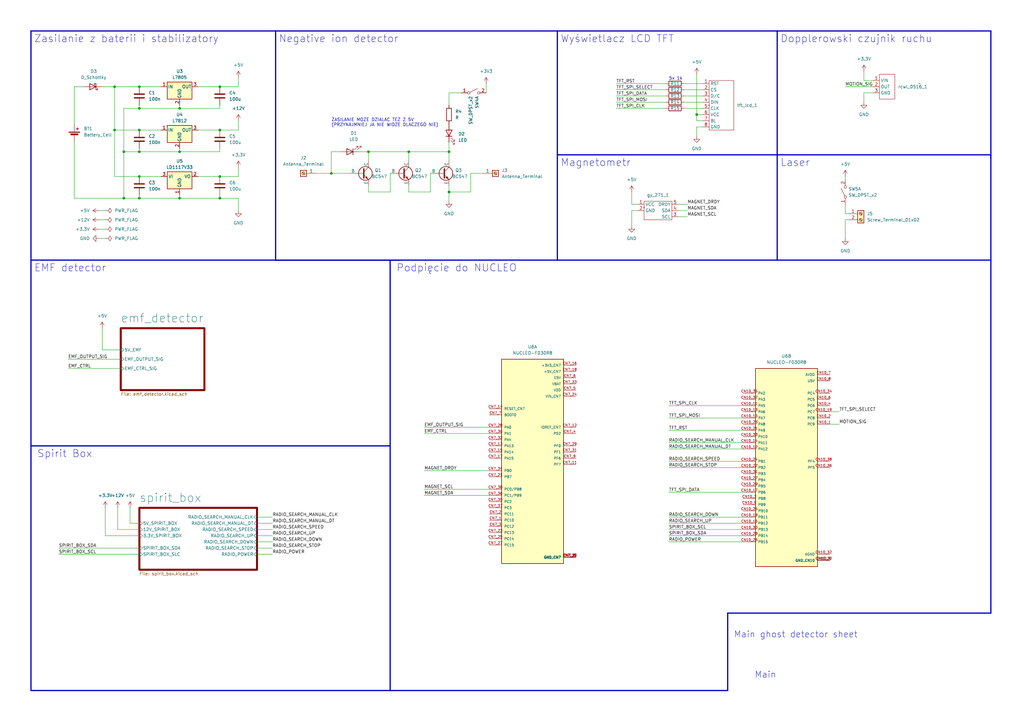
<source format=kicad_sch>
(kicad_sch (version 20231120) (generator "eeschema") (generator_version "8.0")
  (paper "A3")
  (lib_symbols
    (symbol "Connector:Screw_Terminal_01x01" (pin_names (offset 1.016) hide)
      (property "Reference" "J" (at 0 2.54 0))
      (property "Value" "Screw_Terminal_01x01" (at 0 -2.54 0))
      (symbol "Screw_Terminal_01x01_1_1"
        (rectangle (start -1.27 1.27) (end 1.27 -1.27) (stroke (width 0.254)) (fill (type background)))
        (polyline (pts (xy -0.5334 0.3302) (xy 0.3302 -0.508)) (stroke (width 0.1524)))
        (polyline (pts (xy -0.3556 0.508) (xy 0.508 -0.3302)) (stroke (width 0.1524)))
        (circle (center 0 0) (radius 0.635) (stroke (width 0.1524)))
        (pin passive line (at -5.08 0 0) (length 3.81) (name "Pin_1") (number "1"))
      )
    )
    (symbol "Connector:Screw_Terminal_01x02" (pin_names (offset 1.016) hide)
      (property "Reference" "J" (at 0 2.54 0))
      (property "Value" "Screw_Terminal_01x02" (at 0 -5.08 0))
      (symbol "Screw_Terminal_01x02_1_1"
        (rectangle (start -1.27 1.27) (end 1.27 -3.81) (stroke (width 0.254)) (fill (type background)))
        (circle (center 0 -2.54) (radius 0.635) (stroke (width 0.1524)))
        (polyline (pts (xy -0.5334 -2.2098) (xy 0.3302 -3.048)) (stroke (width 0.1524)))
        (polyline (pts (xy -0.5334 0.3302) (xy 0.3302 -0.508)) (stroke (width 0.1524)))
        (polyline (pts (xy -0.3556 -2.032) (xy 0.508 -2.8702)) (stroke (width 0.1524)))
        (polyline (pts (xy -0.3556 0.508) (xy 0.508 -0.3302)) (stroke (width 0.1524)))
        (circle (center 0 0) (radius 0.635) (stroke (width 0.1524)))
        (pin passive line (at -5.08 0 0) (length 3.81) (name "Pin_1") (number "1"))
        (pin passive line (at -5.08 -2.54 0) (length 3.81) (name "Pin_2") (number "2"))
      )
    )
    (symbol "Device:Battery_Cell" (pin_numbers hide) (pin_names (offset 0) hide)
      (property "Reference" "BT" (at 2.54 2.54 0))
      (property "Value" "Battery_Cell" (at 2.54 0 0))
      (symbol "Battery_Cell_0_1"
        (rectangle (start -2.286 1.778) (end 2.286 1.524) (fill (type outline)))
        (rectangle (start -1.524 1.016) (end 1.524 0.508) (fill (type outline)))
        (polyline (pts (xy 0 0.762) (xy 0 0)))
        (polyline (pts (xy 0 1.778) (xy 0 2.54)))
        (polyline (pts (xy 0.762 3.048) (xy 1.778 3.048)) (stroke (width 0.254)))
        (polyline (pts (xy 1.27 3.556) (xy 1.27 2.54)) (stroke (width 0.254)))
      )
      (symbol "Battery_Cell_1_1"
        (pin passive line (at 0 5.08 270) (length 2.54) (name "+") (number "1"))
        (pin passive line (at 0 -2.54 90) (length 2.54) (name "-") (number "2"))
      )
    )
    (symbol "Device:C" (pin_numbers hide) (pin_names (offset 0.254))
      (property "Reference" "C" (at 0.635 2.54 0))
      (property "Value" "C" (at 0.635 -2.54 0))
      (symbol "C_0_1"
        (polyline (pts (xy -2.032 -0.762) (xy 2.032 -0.762)) (stroke (width 0.508)))
        (polyline (pts (xy -2.032 0.762) (xy 2.032 0.762)) (stroke (width 0.508)))
      )
      (symbol "C_1_1"
        (pin passive line (at 0 3.81 270) (length 2.794) (name "~") (number "1"))
        (pin passive line (at 0 -3.81 90) (length 2.794) (name "~") (number "2"))
      )
    )
    (symbol "Device:D_Schottky" (pin_numbers hide) (pin_names (offset 1.016) hide)
      (property "Reference" "D" (at 0 2.54 0))
      (property "Value" "D_Schottky" (at 0 -2.54 0))
      (symbol "D_Schottky_0_1"
        (polyline (pts (xy 1.27 0) (xy -1.27 0)))
        (polyline (pts (xy 1.27 1.27) (xy 1.27 -1.27) (xy -1.27 0) (xy 1.27 1.27)) (stroke (width 0.254)))
        (polyline (pts (xy -1.905 0.635) (xy -1.905 1.27) (xy -1.27 1.27) (xy -1.27 -1.27) (xy -0.635 -1.27) (xy -0.635 -0.635)) (stroke (width 0.254)))
      )
      (symbol "D_Schottky_1_1"
        (pin passive line (at -3.81 0 0) (length 2.54) (name "K") (number "1"))
        (pin passive line (at 3.81 0 180) (length 2.54) (name "A") (number "2"))
      )
    )
    (symbol "Device:LED" (pin_numbers hide) (pin_names (offset 1.016) hide)
      (property "Reference" "D" (at 0 2.54 0))
      (property "Value" "LED" (at 0 -2.54 0))
      (symbol "LED_0_1"
        (polyline (pts (xy -1.27 -1.27) (xy -1.27 1.27)) (stroke (width 0.254)))
        (polyline (pts (xy -1.27 0) (xy 1.27 0)))
        (polyline (pts (xy 1.27 -1.27) (xy 1.27 1.27) (xy -1.27 0) (xy 1.27 -1.27)) (stroke (width 0.254)))
        (polyline (pts (xy -3.048 -0.762) (xy -4.572 -2.286) (xy -3.81 -2.286) (xy -4.572 -2.286) (xy -4.572 -1.524)))
        (polyline (pts (xy -1.778 -0.762) (xy -3.302 -2.286) (xy -2.54 -2.286) (xy -3.302 -2.286) (xy -3.302 -1.524)))
      )
      (symbol "LED_1_1"
        (pin passive line (at -3.81 0 0) (length 2.54) (name "K") (number "1"))
        (pin passive line (at 3.81 0 180) (length 2.54) (name "A") (number "2"))
      )
    )
    (symbol "Device:R" (pin_numbers hide) (pin_names (offset 0))
      (property "Reference" "R" (at 2.032 0 90))
      (property "Value" "R" (at 0 0 90))
      (symbol "R_0_1"
        (rectangle (start -1.016 -2.54) (end 1.016 2.54) (stroke (width 0.254)))
      )
      (symbol "R_1_1"
        (pin passive line (at 0 3.81 270) (length 1.27) (name "~") (number "1"))
        (pin passive line (at 0 -3.81 90) (length 1.27) (name "~") (number "2"))
      )
    )
    (symbol "PMIK:GY-271"
      (property "Reference" "gy_271_" (at -1.27 7.62 0))
      (symbol "GY-271_0_1"
        (rectangle (start -6.35 2.54) (end 5.08 -5.08))
      )
      (symbol "GY-271_1_1"
        (pin power_in line (at -8.89 1.27 0) (length 2.54) (name "VCC") (number "1"))
        (pin power_in line (at -8.89 -1.27 0) (length 2.54) (name "GND") (number "2"))
        (pin input line (at 7.62 -3.81 180) (length 2.54) (name "SCL") (number "3"))
        (pin input line (at 7.62 -1.27 180) (length 2.54) (name "SDA") (number "4"))
        (pin output line (at 7.62 1.27 180) (length 2.54) (name "DRDY") (number "5"))
      )
    )
    (symbol "PMIK:NUCLEO-F030R8" (pin_names (offset 1.016))
      (property "Reference" "U" (at -12.7 41.91 0))
      (property "Value" "NUCLEO-F030R8" (at -5.08 -6.35 0))
      (symbol "NUCLEO-F030R8_1_0"
        (rectangle (start -12.7 40.64) (end 12.7 -43.18) (stroke (width 0.254)) (fill (type background)))
        (pin bidirectional line (at -17.78 -25.4 0) (length 5.08) (name "PC10") (number "CN7_1"))
        (pin bidirectional line (at 17.78 -2.54 180) (length 5.08) (name "PF7") (number "CN7_11"))
        (pin bidirectional line (at 17.78 12.7 180) (length 5.08) (name "IOREF_CN7") (number "CN7_12"))
        (pin bidirectional line (at -17.78 5.08 0) (length 5.08) (name "PA13") (number "CN7_13"))
        (pin bidirectional line (at -17.78 20.32 0) (length 5.08) (name "RESET_CN7") (number "CN7_14"))
        (pin bidirectional line (at -17.78 2.54 0) (length 5.08) (name "PA14") (number "CN7_15"))
        (pin power_in line (at 17.78 38.1 180) (length 5.08) (name "+3V3_CN7") (number "CN7_16"))
        (pin bidirectional line (at -17.78 0 0) (length 5.08) (name "PA15") (number "CN7_17"))
        (pin power_in line (at 17.78 35.56 180) (length 5.08) (name "+5V_CN7") (number "CN7_18"))
        (pin power_in line (at 17.78 -40.64 180) (length 5.08) (name "GND_CN7") (number "CN7_19"))
        (pin bidirectional line (at -17.78 -22.86 0) (length 5.08) (name "PC11") (number "CN7_2"))
        (pin power_in line (at 17.78 -40.64 180) (length 5.08) (name "GND_CN7") (number "CN7_20"))
        (pin bidirectional line (at -17.78 -7.62 0) (length 5.08) (name "PB7") (number "CN7_21"))
        (pin power_in line (at 17.78 -40.64 180) (length 5.08) (name "GND_CN7") (number "CN7_22"))
        (pin bidirectional line (at -17.78 -30.48 0) (length 5.08) (name "PC13") (number "CN7_23"))
        (pin power_in line (at 17.78 25.4 180) (length 5.08) (name "VIN_CN7") (number "CN7_24"))
        (pin bidirectional line (at -17.78 -33.02 0) (length 5.08) (name "PC14") (number "CN7_25"))
        (pin bidirectional line (at -17.78 -35.56 0) (length 5.08) (name "PC15") (number "CN7_27"))
        (pin bidirectional line (at -17.78 12.7 0) (length 5.08) (name "PA0") (number "CN7_28"))
        (pin bidirectional line (at 17.78 5.08 180) (length 5.08) (name "PF0") (number "CN7_29"))
        (pin bidirectional line (at -17.78 -27.94 0) (length 5.08) (name "PC12") (number "CN7_3"))
        (pin bidirectional line (at -17.78 10.16 0) (length 5.08) (name "PA1") (number "CN7_30"))
        (pin bidirectional line (at 17.78 2.54 180) (length 5.08) (name "PF1") (number "CN7_31"))
        (pin bidirectional line (at -17.78 7.62 0) (length 5.08) (name "PA4") (number "CN7_32"))
        (pin power_in line (at 17.78 30.48 180) (length 5.08) (name "VBAT") (number "CN7_33"))
        (pin bidirectional line (at -17.78 -5.08 0) (length 5.08) (name "PB0") (number "CN7_34"))
        (pin bidirectional line (at -17.78 -17.78 0) (length 5.08) (name "PC2") (number "CN7_35"))
        (pin bidirectional line (at -17.78 -15.24 0) (length 5.08) (name "PC1/PB9") (number "CN7_36"))
        (pin bidirectional line (at -17.78 -20.32 0) (length 5.08) (name "PC3") (number "CN7_37"))
        (pin bidirectional line (at -17.78 -12.7 0) (length 5.08) (name "PC0/PB8") (number "CN7_38"))
        (pin bidirectional line (at 17.78 10.16 180) (length 5.08) (name "PD2") (number "CN7_4"))
        (pin power_in line (at 17.78 27.94 180) (length 5.08) (name "VDD") (number "CN7_5"))
        (pin power_in line (at 17.78 33.02 180) (length 5.08) (name "E5V") (number "CN7_6"))
        (pin bidirectional line (at -17.78 17.78 0) (length 5.08) (name "BOOT0") (number "CN7_7"))
        (pin power_in line (at 17.78 -40.64 180) (length 5.08) (name "GND_CN7") (number "CN7_8"))
        (pin bidirectional line (at 17.78 0 180) (length 5.08) (name "PF6") (number "CN7_9"))
      )
      (symbol "NUCLEO-F030R8_2_0"
        (rectangle (start -12.7 -40.64) (end 12.7 40.64) (stroke (width 0.254)) (fill (type background)))
        (pin bidirectional line (at 17.78 17.78 180) (length 5.08) (name "PC9") (number "CN10_1"))
        (pin bidirectional line (at -17.78 25.4 0) (length 5.08) (name "PA5") (number "CN10_11"))
        (pin bidirectional line (at -17.78 7.62 0) (length 5.08) (name "PA12") (number "CN10_12"))
        (pin bidirectional line (at -17.78 22.86 0) (length 5.08) (name "PA6") (number "CN10_13"))
        (pin bidirectional line (at -17.78 10.16 0) (length 5.08) (name "PA11") (number "CN10_14"))
        (pin bidirectional line (at -17.78 20.32 0) (length 5.08) (name "PA7") (number "CN10_15"))
        (pin bidirectional line (at -17.78 -22.86 0) (length 5.08) (name "PB12") (number "CN10_16"))
        (pin bidirectional line (at -17.78 -10.16 0) (length 5.08) (name "PB6") (number "CN10_17"))
        (pin bidirectional line (at -17.78 -20.32 0) (length 5.08) (name "PB11") (number "CN10_18"))
        (pin bidirectional line (at 17.78 22.86 180) (length 5.08) (name "PC7") (number "CN10_19"))
        (pin bidirectional line (at 17.78 20.32 180) (length 5.08) (name "PC8") (number "CN10_2"))
        (pin power_in line (at 17.78 -38.1 180) (length 5.08) (name "GND_CN10") (number "CN10_20"))
        (pin bidirectional line (at -17.78 15.24 0) (length 5.08) (name "PA9") (number "CN10_21"))
        (pin bidirectional line (at -17.78 0 0) (length 5.08) (name "PB2") (number "CN10_22"))
        (pin bidirectional line (at -17.78 17.78 0) (length 5.08) (name "PA8") (number "CN10_23"))
        (pin bidirectional line (at -17.78 2.54 0) (length 5.08) (name "PB1") (number "CN10_24"))
        (pin bidirectional line (at -17.78 -17.78 0) (length 5.08) (name "PB10") (number "CN10_25"))
        (pin bidirectional line (at -17.78 -30.48 0) (length 5.08) (name "PB15") (number "CN10_26"))
        (pin bidirectional line (at -17.78 -5.08 0) (length 5.08) (name "PB4") (number "CN10_27"))
        (pin bidirectional line (at -17.78 -27.94 0) (length 5.08) (name "PB14") (number "CN10_28"))
        (pin bidirectional line (at -17.78 -7.62 0) (length 5.08) (name "PB5") (number "CN10_29"))
        (pin bidirectional line (at -17.78 -12.7 0) (length 5.08) (name "PB8") (number "CN10_3"))
        (pin bidirectional line (at -17.78 -25.4 0) (length 5.08) (name "PB13") (number "CN10_30"))
        (pin bidirectional line (at -17.78 -2.54 0) (length 5.08) (name "PB3") (number "CN10_31"))
        (pin power_in line (at 17.78 -35.56 180) (length 5.08) (name "AGND") (number "CN10_32"))
        (pin bidirectional line (at -17.78 12.7 0) (length 5.08) (name "PA10") (number "CN10_33"))
        (pin bidirectional line (at 17.78 30.48 180) (length 5.08) (name "PC4") (number "CN10_34"))
        (pin bidirectional line (at -17.78 30.48 0) (length 5.08) (name "PA2") (number "CN10_35"))
        (pin bidirectional line (at 17.78 0 180) (length 5.08) (name "PF5") (number "CN10_36"))
        (pin bidirectional line (at -17.78 27.94 0) (length 5.08) (name "PA3") (number "CN10_37"))
        (pin bidirectional line (at 17.78 2.54 180) (length 5.08) (name "PF4") (number "CN10_38"))
        (pin bidirectional line (at 17.78 25.4 180) (length 5.08) (name "PC6") (number "CN10_4"))
        (pin bidirectional line (at -17.78 -15.24 0) (length 5.08) (name "PB9") (number "CN10_5"))
        (pin bidirectional line (at 17.78 27.94 180) (length 5.08) (name "PC5") (number "CN10_6"))
        (pin power_in line (at 17.78 38.1 180) (length 5.08) (name "AVDD") (number "CN10_7"))
        (pin power_in line (at 17.78 35.56 180) (length 5.08) (name "U5V") (number "CN10_8"))
        (pin power_in line (at 17.78 -38.1 180) (length 5.08) (name "GND_CN10") (number "CN10_9"))
      )
      (symbol "NUCLEO-F030R8_3_0"
        (rectangle (start -15.24 -12.7) (end 15.24 10.16) (stroke (width 0.254)) (fill (type background)))
        (pin bidirectional line (at -20.32 -5.08 0) (length 5.08) (name "IOREF_CN6") (number "CN6_2"))
        (pin bidirectional line (at -20.32 -2.54 0) (length 5.08) (name "RESET_CN6") (number "CN6_3"))
        (pin power_in line (at 20.32 2.54 180) (length 5.08) (name "+3V3_CN6") (number "CN6_4"))
        (pin power_in line (at 20.32 5.08 180) (length 5.08) (name "+5V_CN6") (number "CN6_5"))
        (pin power_in line (at 20.32 -10.16 180) (length 5.08) (name "GND_CN6") (number "CN6_6"))
        (pin power_in line (at 20.32 -10.16 180) (length 5.08) (name "GND_CN6") (number "CN6_7"))
        (pin power_in line (at 20.32 7.62 180) (length 5.08) (name "VIN_CN6") (number "CN6_8"))
      )
      (symbol "NUCLEO-F030R8_4_0"
        (rectangle (start -5.08 -12.7) (end 5.08 12.7) (stroke (width 0.254)) (fill (type background)))
        (pin input line (at -10.16 10.16 0) (length 5.08) (name "D0") (number "CN9_1"))
        (pin output line (at -10.16 7.62 0) (length 5.08) (name "D1") (number "CN9_2"))
        (pin bidirectional line (at -10.16 2.54 0) (length 5.08) (name "D2") (number "CN9_3"))
        (pin bidirectional line (at -10.16 0 0) (length 5.08) (name "D3") (number "CN9_4"))
        (pin bidirectional line (at -10.16 -2.54 0) (length 5.08) (name "D4") (number "CN9_5"))
        (pin bidirectional line (at -10.16 -5.08 0) (length 5.08) (name "D5") (number "CN9_6"))
        (pin bidirectional line (at -10.16 -7.62 0) (length 5.08) (name "D6") (number "CN9_7"))
        (pin bidirectional line (at -10.16 -10.16 0) (length 5.08) (name "D7") (number "CN9_8"))
      )
      (symbol "NUCLEO-F030R8_5_0"
        (rectangle (start -5.08 -10.16) (end 5.08 7.62) (stroke (width 0.254)) (fill (type background)))
        (pin input line (at -10.16 5.08 0) (length 5.08) (name "A0") (number "CN8_1"))
        (pin input line (at -10.16 2.54 0) (length 5.08) (name "A1") (number "CN8_2"))
        (pin input line (at -10.16 0 0) (length 5.08) (name "A2") (number "CN8_3"))
        (pin input line (at -10.16 -2.54 0) (length 5.08) (name "A3") (number "CN8_4"))
        (pin input line (at -10.16 -5.08 0) (length 5.08) (name "A4") (number "CN8_5"))
        (pin input line (at -10.16 -7.62 0) (length 5.08) (name "A5") (number "CN8_6"))
      )
      (symbol "NUCLEO-F030R8_6_0"
        (rectangle (start -10.16 -17.78) (end 10.16 15.24) (stroke (width 0.254)) (fill (type background)))
        (pin bidirectional line (at -15.24 7.62 0) (length 5.08) (name "D8") (number "CN5_1"))
        (pin bidirectional clock (at -15.24 -10.16 0) (length 5.08) (name "D15") (number "CN5_10"))
        (pin bidirectional line (at -15.24 5.08 0) (length 5.08) (name "D9") (number "CN5_2"))
        (pin bidirectional line (at -15.24 2.54 0) (length 5.08) (name "D10") (number "CN5_3"))
        (pin bidirectional line (at -15.24 0 0) (length 5.08) (name "D11") (number "CN5_4"))
        (pin bidirectional line (at -15.24 -2.54 0) (length 5.08) (name "D12") (number "CN5_5"))
        (pin bidirectional clock (at -15.24 -5.08 0) (length 5.08) (name "D13") (number "CN5_6"))
        (pin power_in line (at 15.24 -15.24 180) (length 5.08) (name "GND_CN5") (number "CN5_7"))
        (pin power_in line (at 15.24 12.7 180) (length 5.08) (name "AREF") (number "CN5_8"))
        (pin bidirectional line (at -15.24 -7.62 0) (length 5.08) (name "D14") (number "CN5_9"))
      )
    )
    (symbol "PMIK:RCWL-0516"
      (property "Reference" "rcwl_0516_" (at -1.27 6.35 0))
      (symbol "RCWL-0516_0_1"
        (rectangle (start -3.81 5.08) (end 2.54 -5.08))
      )
      (symbol "RCWL-0516_1_1"
        (pin power_in line (at -6.35 2.54 0) (length 2.54) (name "VIN") (number "1"))
        (pin output line (at -6.35 0 0) (length 2.54) (name "OUT") (number "2"))
        (pin power_in line (at -6.35 -2.54 0) (length 2.54) (name "GND") (number "3"))
      )
    )
    (symbol "PMIK:TFT_lcd_128x160"
      (property "Reference" "tft_lcd_" (at 0 11.43 0))
      (symbol "TFT_lcd_128x160_0_1"
        (rectangle (start -5.08 10.16) (end 5.08 -10.16))
      )
      (symbol "TFT_lcd_128x160_1_1"
        (pin input line (at -7.62 8.89 0) (length 2.54) (name "RST") (number "1"))
        (pin input line (at -7.62 6.35 0) (length 2.54) (name "CS") (number "2"))
        (pin input line (at -7.62 3.81 0) (length 2.54) (name "D/C") (number "3"))
        (pin input line (at -7.62 1.27 0) (length 2.54) (name "DIN") (number "4"))
        (pin input line (at -7.62 -1.27 0) (length 2.54) (name "CLK") (number "5"))
        (pin power_in line (at -7.62 -3.81 0) (length 2.54) (name "VCC") (number "6"))
        (pin input line (at -7.62 -6.35 0) (length 2.54) (name "BL") (number "7"))
        (pin power_in line (at -7.62 -8.89 0) (length 2.54) (name "GND") (number "8"))
      )
    )
    (symbol "Regulator_Linear:L7805" (pin_names (offset 0.254))
      (property "Reference" "U" (at -3.81 3.175 0))
      (property "Value" "L7805" (at 0 3.175 0))
      (symbol "L7805_0_1"
        (rectangle (start -5.08 1.905) (end 5.08 -5.08) (stroke (width 0.254)) (fill (type background)))
      )
      (symbol "L7805_1_1"
        (pin power_in line (at -7.62 0 0) (length 2.54) (name "IN") (number "1"))
        (pin power_in line (at 0 -7.62 90) (length 2.54) (name "GND") (number "2"))
        (pin power_out line (at 7.62 0 180) (length 2.54) (name "OUT") (number "3"))
      )
    )
    (symbol "Regulator_Linear:L7812" (pin_names (offset 0.254))
      (property "Reference" "U" (at -3.81 3.175 0))
      (property "Value" "L7812" (at 0 3.175 0))
      (symbol "L7812_0_1"
        (rectangle (start -5.08 1.905) (end 5.08 -5.08) (stroke (width 0.254)) (fill (type background)))
      )
      (symbol "L7812_1_1"
        (pin power_in line (at -7.62 0 0) (length 2.54) (name "IN") (number "1"))
        (pin power_in line (at 0 -7.62 90) (length 2.54) (name "GND") (number "2"))
        (pin power_out line (at 7.62 0 180) (length 2.54) (name "OUT") (number "3"))
      )
    )
    (symbol "Regulator_Linear:LD1117S33TR_SOT223"
      (property "Reference" "U" (at -3.81 3.175 0))
      (property "Value" "LD1117S33TR_SOT223" (at 0 3.175 0))
      (symbol "LD1117S33TR_SOT223_0_1"
        (rectangle (start -5.08 -5.08) (end 5.08 1.905) (stroke (width 0.254)) (fill (type background)))
      )
      (symbol "LD1117S33TR_SOT223_1_1"
        (pin power_in line (at 0 -7.62 90) (length 2.54) (name "GND") (number "1"))
        (pin power_out line (at 7.62 0 180) (length 2.54) (name "VO") (number "2"))
        (pin power_in line (at -7.62 0 0) (length 2.54) (name "VI") (number "3"))
      )
    )
    (symbol "Simulation_SPICE:NPN" (pin_numbers hide) (pin_names (offset 0))
      (property "Reference" "Q" (at -2.54 7.62 0))
      (property "Value" "NPN" (at -2.54 5.08 0))
      (symbol "NPN_0_1"
        (polyline (pts (xy -2.54 0) (xy 0.635 0)) (stroke (width 0.1524)))
        (polyline (pts (xy 0.635 0.635) (xy 2.54 2.54)))
        (polyline (pts (xy 2.794 -1.27) (xy 2.794 -1.27)) (stroke (width 0.1524)))
        (polyline (pts (xy 2.794 -1.27) (xy 2.794 -1.27)) (stroke (width 0.1524)))
        (polyline (pts (xy 0.635 -0.635) (xy 2.54 -2.54) (xy 2.54 -2.54)))
        (polyline (pts (xy 0.635 1.905) (xy 0.635 -1.905) (xy 0.635 -1.905)) (stroke (width 0.508)))
        (polyline (pts (xy 1.27 -1.778) (xy 1.778 -1.27) (xy 2.286 -2.286) (xy 1.27 -1.778) (xy 1.27 -1.778)) (fill (type outline)))
        (circle (center 1.27 0) (radius 2.8194) (stroke (width 0.254)))
      )
      (symbol "NPN_1_1"
        (pin open_collector line (at 2.54 5.08 270) (length 2.54) (name "C") (number "1"))
        (pin input line (at -5.08 0 0) (length 2.54) (name "B") (number "2"))
        (pin open_emitter line (at 2.54 -5.08 90) (length 2.54) (name "E") (number "3"))
      )
    )
    (symbol "Switch:SW_DPST_x2" (pin_names (offset 0) hide)
      (property "Reference" "SW" (at 0 3.175 0))
      (property "Value" "SW_DPST_x2" (at 0 -2.54 0))
      (symbol "SW_DPST_x2_0_0"
        (circle (center -2.032 0) (radius 0.508))
        (polyline (pts (xy -1.524 0.254) (xy 1.524 1.778)))
        (circle (center 2.032 0) (radius 0.508))
      )
      (symbol "SW_DPST_x2_1_1"
        (pin passive line (at -5.08 0 0) (length 2.54) (name "A") (number "1"))
        (pin passive line (at 5.08 0 180) (length 2.54) (name "B") (number "2"))
      )
      (symbol "SW_DPST_x2_2_1"
        (pin passive line (at -5.08 0 0) (length 2.54) (name "A") (number "3"))
        (pin passive line (at 5.08 0 180) (length 2.54) (name "B") (number "4"))
      )
    )
    (symbol "power:+12V" (power) (pin_names (offset 0))
      (property "Value" "+12V" (at 0 3.556 0))
      (symbol "+12V_0_1"
        (polyline (pts (xy -0.762 1.27) (xy 0 2.54)))
        (polyline (pts (xy 0 0) (xy 0 2.54)))
        (polyline (pts (xy 0 2.54) (xy 0.762 1.27)))
      )
      (symbol "+12V_1_1"
        (pin power_in line (at 0 0 90) (length 0) hide (name "+12V") (number "1"))
      )
    )
    (symbol "power:+3.3V" (power) (pin_names (offset 0))
      (property "Value" "+3.3V" (at 0 3.556 0))
      (symbol "+3.3V_0_1"
        (polyline (pts (xy -0.762 1.27) (xy 0 2.54)))
        (polyline (pts (xy 0 0) (xy 0 2.54)))
        (polyline (pts (xy 0 2.54) (xy 0.762 1.27)))
      )
      (symbol "+3.3V_1_1"
        (pin power_in line (at 0 0 90) (length 0) hide (name "+3.3V") (number "1"))
      )
    )
    (symbol "power:+3V3" (power) (pin_names (offset 0))
      (property "Value" "+3V3" (at 0 3.556 0))
      (symbol "+3V3_0_1"
        (polyline (pts (xy -0.762 1.27) (xy 0 2.54)))
        (polyline (pts (xy 0 0) (xy 0 2.54)))
        (polyline (pts (xy 0 2.54) (xy 0.762 1.27)))
      )
      (symbol "+3V3_1_1"
        (pin power_in line (at 0 0 90) (length 0) hide (name "+3V3") (number "1"))
      )
    )
    (symbol "power:+5V" (power) (pin_names (offset 0))
      (property "Value" "+5V" (at 0 3.556 0))
      (symbol "+5V_0_1"
        (polyline (pts (xy -0.762 1.27) (xy 0 2.54)))
        (polyline (pts (xy 0 0) (xy 0 2.54)))
        (polyline (pts (xy 0 2.54) (xy 0.762 1.27)))
      )
      (symbol "+5V_1_1"
        (pin power_in line (at 0 0 90) (length 0) hide (name "+5V") (number "1"))
      )
    )
    (symbol "power:GND" (power) (pin_names (offset 0))
      (property "Value" "GND" (at 0 -3.81 0))
      (symbol "GND_0_1"
        (polyline (pts (xy 0 0) (xy 0 -1.27) (xy 1.27 -1.27) (xy 0 -2.54) (xy -1.27 -1.27) (xy 0 -1.27)))
      )
      (symbol "GND_1_1"
        (pin power_in line (at 0 0 270) (length 0) hide (name "GND") (number "1"))
      )
    )
    (symbol "power:PWR_FLAG" (power) (pin_numbers hide) (pin_names (offset 0) hide)
      (property "Value" "PWR_FLAG" (at 0 3.81 0))
      (symbol "PWR_FLAG_0_0"
        (pin power_out line (at 0 0 90) (length 0) (name "pwr") (number "1"))
      )
      (symbol "PWR_FLAG_0_1"
        (polyline (pts (xy 0 0) (xy 0 1.27) (xy -1.016 1.905) (xy 0 2.54) (xy 1.016 1.905) (xy 0 1.27)))
      )
    )
  )
  (junction (at 73.66 44.45))
  (junction (at 57.15 35.56))
  (junction (at 90.17 72.39))
  (junction (at 57.15 81.28))
  (junction (at 57.15 53.34))
  (junction (at 46.99 53.34))
  (junction (at 90.17 81.28))
  (junction (at 285.75 46.99))
  (junction (at 46.99 35.56))
  (junction (at 90.17 35.56))
  (junction (at 151.13 62.23))
  (junction (at 73.66 62.23))
  (junction (at 57.15 62.23))
  (junction (at 135.89 71.12))
  (junction (at 57.15 44.45))
  (junction (at 184.15 78.74))
  (junction (at 90.17 53.34))
  (junction (at 50.8 62.23))
  (junction (at 167.64 62.23))
  (junction (at 73.66 81.28))
  (junction (at 184.15 62.23))
  (junction (at 57.15 72.39))
  (junction (at 50.8 81.28))
  (polyline (pts (xy 12.7 106.68) (xy 12.7 283.21)) (stroke (width 0.5)))
  (wire (pts (xy 50.8 44.45) (xy 57.15 44.45)))
  (wire (pts (xy 184.15 78.74) (xy 193.04 78.74)))
  (wire (pts (xy 173.99 203.2) (xy 200.66 203.2)))
  (polyline (pts (xy 113.03 106.68) (xy 163.83 106.68)) (stroke (width 0.5)))
  (wire (pts (xy 176.53 71.12) (xy 176.53 78.74)))
  (wire (pts (xy 97.79 49.53) (xy 97.79 53.34)))
  (polyline (pts (xy 113.03 106.68) (xy 12.7 106.68)) (stroke (width 0.5)))
  (wire (pts (xy 358.14 33.02) (xy 354.33 33.02)))
  (wire (pts (xy 167.64 62.23) (xy 167.64 66.04)))
  (polyline (pts (xy 228.6 106.68) (xy 228.6 12.7)) (stroke (width 0.5)))
  (wire (pts (xy 46.99 35.56) (xy 46.99 53.34)))
  (wire (pts (xy 73.66 81.28) (xy 90.17 81.28)))
  (wire (pts (xy 193.04 71.12) (xy 198.12 71.12)))
  (wire (pts (xy 57.15 81.28) (xy 57.15 80.01)))
  (wire (pts (xy 346.71 90.17) (xy 346.71 97.79)))
  (wire (pts (xy 173.99 200.66) (xy 200.66 200.66)))
  (wire (pts (xy 43.18 208.28) (xy 43.18 219.71)))
  (wire (pts (xy 278.13 86.36) (xy 281.94 86.36)))
  (polyline (pts (xy 12.7 12.7) (xy 12.7 106.68)) (stroke (width 0.5)))
  (wire (pts (xy 57.15 53.34) (xy 66.04 53.34)))
  (wire (pts (xy 139.7 62.23) (xy 135.89 62.23)))
  (wire (pts (xy 274.32 212.09) (xy 304.8 212.09)))
  (polyline (pts (xy 228.6 106.68) (xy 318.77 106.68)) (stroke (width 0.5)))
  (wire (pts (xy 354.33 38.1) (xy 358.14 38.1)))
  (wire (pts (xy 193.04 78.74) (xy 193.04 71.12)))
  (polyline (pts (xy 12.7 12.7) (xy 113.03 12.7)) (stroke (width 0.5)))
  (wire (pts (xy 278.13 83.82) (xy 281.94 83.82)))
  (wire (pts (xy 274.32 171.45) (xy 304.8 171.45)))
  (wire (pts (xy 274.32 181.61) (xy 304.8 181.61)))
  (wire (pts (xy 252.73 34.29) (xy 273.05 34.29)))
  (wire (pts (xy 285.75 30.48) (xy 285.75 46.99)))
  (polyline (pts (xy 12.7 283.21) (xy 13.97 283.21)) (stroke (width 0.5)))
  (polyline (pts (xy 318.77 12.7) (xy 228.6 12.7)) (stroke (width 0.5)))
  (wire (pts (xy 27.94 147.32) (xy 49.53 147.32)))
  (polyline (pts (xy 318.77 63.5) (xy 406.4 63.5)) (stroke (width 0.5)))
  (wire (pts (xy 97.79 81.28) (xy 97.79 86.36)))
  (wire (pts (xy 105.41 217.17) (xy 111.76 217.17)))
  (wire (pts (xy 285.75 49.53) (xy 288.29 49.53)))
  (wire (pts (xy 105.41 224.79) (xy 111.76 224.79)))
  (wire (pts (xy 46.99 53.34) (xy 46.99 72.39)))
  (wire (pts (xy 347.98 87.63) (xy 346.71 87.63)))
  (wire (pts (xy 167.64 62.23) (xy 184.15 62.23)))
  (wire (pts (xy 57.15 62.23) (xy 57.15 60.96)))
  (polyline (pts (xy 318.77 63.5) (xy 318.77 12.7)) (stroke (width 0.5)))
  (wire (pts (xy 160.02 71.12) (xy 160.02 78.74)))
  (wire (pts (xy 184.15 38.1) (xy 184.15 43.18)))
  (wire (pts (xy 57.15 214.63) (xy 53.34 214.63)))
  (wire (pts (xy 30.48 35.56) (xy 34.29 35.56)))
  (wire (pts (xy 184.15 62.23) (xy 184.15 66.04)))
  (wire (pts (xy 147.32 62.23) (xy 151.13 62.23)))
  (wire (pts (xy 252.73 36.83) (xy 273.05 36.83)))
  (polyline (pts (xy 298.45 283.21) (xy 298.45 251.46)) (stroke (width 0.5)))
  (wire (pts (xy 259.08 92.71) (xy 259.08 86.36)))
  (wire (pts (xy 151.13 66.04) (xy 151.13 62.23)))
  (wire (pts (xy 167.64 78.74) (xy 167.64 76.2)))
  (polyline (pts (xy 12.7 182.88) (xy 160.02 182.88)) (stroke (width 0.5)))
  (polyline (pts (xy 406.4 106.68) (xy 406.4 251.46)) (stroke (width 0.5)))
  (wire (pts (xy 274.32 222.25) (xy 304.8 222.25)))
  (wire (pts (xy 57.15 219.71) (xy 43.18 219.71)))
  (wire (pts (xy 280.67 36.83) (xy 288.29 36.83)))
  (polyline (pts (xy 160.02 283.21) (xy 160.02 106.68)))
  (wire (pts (xy 184.15 76.2) (xy 184.15 78.74)))
  (wire (pts (xy 46.99 53.34) (xy 57.15 53.34)))
  (polyline (pts (xy 13.97 283.21) (xy 160.02 283.21)))
  (wire (pts (xy 347.98 90.17) (xy 346.71 90.17)))
  (wire (pts (xy 285.75 52.07) (xy 285.75 55.88)))
  (polyline (pts (xy 228.6 12.7) (xy 113.03 12.7)) (stroke (width 0.5)))
  (wire (pts (xy 288.29 52.07) (xy 285.75 52.07)))
  (wire (pts (xy 46.99 35.56) (xy 57.15 35.56)))
  (wire (pts (xy 105.41 227.33) (xy 111.76 227.33)))
  (wire (pts (xy 24.13 224.79) (xy 57.15 224.79)))
  (wire (pts (xy 184.15 58.42) (xy 184.15 62.23)))
  (wire (pts (xy 24.13 227.33) (xy 57.15 227.33)))
  (wire (pts (xy 189.23 38.1) (xy 184.15 38.1)))
  (wire (pts (xy 274.32 191.77) (xy 304.8 191.77)))
  (wire (pts (xy 274.32 184.15) (xy 304.8 184.15)))
  (wire (pts (xy 90.17 72.39) (xy 97.79 72.39)))
  (wire (pts (xy 340.36 168.91) (xy 344.17 168.91)))
  (polyline (pts (xy 113.03 106.68) (xy 228.6 106.68)) (stroke (width 0.5)))
  (wire (pts (xy 346.71 35.56) (xy 358.14 35.56)))
  (wire (pts (xy 57.15 44.45) (xy 57.15 43.18)))
  (wire (pts (xy 105.41 212.09) (xy 111.76 212.09)))
  (wire (pts (xy 57.15 62.23) (xy 73.66 62.23)))
  (wire (pts (xy 135.89 71.12) (xy 143.51 71.12)))
  (polyline (pts (xy 318.77 12.7) (xy 406.4 12.7)) (stroke (width 0.5)))
  (wire (pts (xy 340.36 173.99) (xy 344.17 173.99)))
  (wire (pts (xy 81.28 72.39) (xy 90.17 72.39)))
  (wire (pts (xy 252.73 44.45) (xy 273.05 44.45)))
  (wire (pts (xy 173.99 175.26) (xy 200.66 175.26)))
  (wire (pts (xy 167.64 78.74) (xy 176.53 78.74)))
  (polyline (pts (xy 13.97 283.21) (xy 160.02 283.21)) (stroke (width 0.5)))
  (wire (pts (xy 199.39 34.29) (xy 199.39 38.1)))
  (wire (pts (xy 151.13 78.74) (xy 160.02 78.74)))
  (polyline (pts (xy 113.03 12.7) (xy 113.03 106.68)) (stroke (width 0.5)))
  (wire (pts (xy 97.79 68.58) (xy 97.79 72.39)))
  (wire (pts (xy 259.08 86.36) (xy 261.62 86.36)))
  (polyline (pts (xy 406.4 63.5) (xy 406.4 106.68)) (stroke (width 0.5)))
  (wire (pts (xy 274.32 189.23) (xy 304.8 189.23)))
  (wire (pts (xy 259.08 78.74) (xy 259.08 83.82)))
  (wire (pts (xy 57.15 62.23) (xy 50.8 62.23)))
  (wire (pts (xy 73.66 62.23) (xy 90.17 62.23)))
  (wire (pts (xy 151.13 78.74) (xy 151.13 76.2)))
  (wire (pts (xy 252.73 39.37) (xy 273.05 39.37)))
  (wire (pts (xy 81.28 35.56) (xy 90.17 35.56)))
  (wire (pts (xy 280.67 34.29) (xy 288.29 34.29)))
  (wire (pts (xy 280.67 44.45) (xy 288.29 44.45)))
  (wire (pts (xy 90.17 62.23) (xy 90.17 60.96)))
  (wire (pts (xy 274.32 219.71) (xy 304.8 219.71)))
  (polyline (pts (xy 318.77 63.5) (xy 228.6 63.5)) (stroke (width 0.5)))
  (wire (pts (xy 40.64 86.36) (xy 43.18 86.36)))
  (wire (pts (xy 40.64 90.17) (xy 43.18 90.17)))
  (wire (pts (xy 73.66 81.28) (xy 73.66 80.01)))
  (wire (pts (xy 274.32 166.37) (xy 304.8 166.37)))
  (polyline (pts (xy 160.02 283.21) (xy 298.45 283.21)) (stroke (width 0.5)))
  (wire (pts (xy 90.17 81.28) (xy 90.17 80.01)))
  (wire (pts (xy 354.33 41.91) (xy 354.33 38.1)))
  (polyline (pts (xy 160.02 283.21) (xy 160.02 106.68)) (stroke (width 0.5)))
  (wire (pts (xy 105.41 214.63) (xy 111.76 214.63)))
  (wire (pts (xy 50.8 81.28) (xy 57.15 81.28)))
  (wire (pts (xy 57.15 44.45) (xy 73.66 44.45)))
  (wire (pts (xy 173.99 177.8) (xy 200.66 177.8)))
  (wire (pts (xy 40.64 97.79) (xy 43.18 97.79)))
  (wire (pts (xy 41.91 35.56) (xy 46.99 35.56)))
  (wire (pts (xy 280.67 39.37) (xy 288.29 39.37)))
  (wire (pts (xy 274.32 217.17) (xy 304.8 217.17)))
  (wire (pts (xy 90.17 44.45) (xy 90.17 43.18)))
  (wire (pts (xy 129.54 71.12) (xy 135.89 71.12)))
  (wire (pts (xy 46.99 72.39) (xy 57.15 72.39)))
  (wire (pts (xy 90.17 81.28) (xy 97.79 81.28)))
  (wire (pts (xy 252.73 41.91) (xy 273.05 41.91)))
  (wire (pts (xy 274.32 214.63) (xy 304.8 214.63)))
  (wire (pts (xy 354.33 29.21) (xy 354.33 33.02)))
  (wire (pts (xy 57.15 217.17) (xy 48.26 217.17)))
  (wire (pts (xy 73.66 44.45) (xy 90.17 44.45)))
  (wire (pts (xy 274.32 201.93) (xy 304.8 201.93)))
  (wire (pts (xy 40.64 93.98) (xy 43.18 93.98)))
  (wire (pts (xy 50.8 62.23) (xy 50.8 81.28)))
  (wire (pts (xy 30.48 81.28) (xy 30.48 58.42)))
  (wire (pts (xy 285.75 46.99) (xy 288.29 46.99)))
  (wire (pts (xy 346.71 72.39) (xy 346.71 73.66)))
  (wire (pts (xy 57.15 72.39) (xy 66.04 72.39)))
  (wire (pts (xy 280.67 41.91) (xy 288.29 41.91)))
  (polyline (pts (xy 318.77 106.68) (xy 318.77 63.5)) (stroke (width 0.5)))
  (wire (pts (xy 135.89 62.23) (xy 135.89 71.12)))
  (wire (pts (xy 41.91 143.51) (xy 49.53 143.51)))
  (polyline (pts (xy 406.4 12.7) (xy 406.4 64.77)) (stroke (width 0.5)))
  (wire (pts (xy 184.15 78.74) (xy 184.15 82.55)))
  (wire (pts (xy 57.15 81.28) (xy 73.66 81.28)))
  (wire (pts (xy 73.66 44.45) (xy 73.66 43.18)))
  (wire (pts (xy 105.41 222.25) (xy 111.76 222.25)))
  (wire (pts (xy 261.62 83.82) (xy 259.08 83.82)))
  (wire (pts (xy 97.79 31.75) (xy 97.79 35.56)))
  (wire (pts (xy 50.8 62.23) (xy 50.8 44.45)))
  (polyline (pts (xy 406.4 106.68) (xy 318.77 106.68)) (stroke (width 0.5)))
  (wire (pts (xy 285.75 46.99) (xy 285.75 49.53)))
  (wire (pts (xy 50.8 81.28) (xy 30.48 81.28)))
  (wire (pts (xy 41.91 134.62) (xy 41.91 143.51)))
  (wire (pts (xy 90.17 35.56) (xy 97.79 35.56)))
  (wire (pts (xy 48.26 208.28) (xy 48.26 217.17)))
  (wire (pts (xy 30.48 50.8) (xy 30.48 35.56)))
  (wire (pts (xy 151.13 62.23) (xy 167.64 62.23)))
  (wire (pts (xy 73.66 62.23) (xy 73.66 60.96)))
  (wire (pts (xy 346.71 83.82) (xy 346.71 87.63)))
  (polyline (pts (xy 298.45 251.46) (xy 406.4 251.46)) (stroke (width 0.5)))
  (wire (pts (xy 53.34 208.28) (xy 53.34 214.63)))
  (wire (pts (xy 27.94 151.13) (xy 49.53 151.13)))
  (wire (pts (xy 81.28 53.34) (xy 90.17 53.34)))
  (wire (pts (xy 274.32 176.53) (xy 304.8 176.53)))
  (wire (pts (xy 173.99 193.04) (xy 200.66 193.04)))
  (wire (pts (xy 90.17 53.34) (xy 97.79 53.34)))
  (wire (pts (xy 57.15 35.56) (xy 66.04 35.56)))
  (wire (pts (xy 105.41 219.71) (xy 111.76 219.71)))
  (wire (pts (xy 278.13 88.9) (xy 281.94 88.9)))
  (text "Wyświetlacz LCD TFT\n" (at 229.87 17.78 0) (effects (font (size 3 3)) (justify left bottom)))
  (text "Magnetometr\n" (at 229.87 68.58 0) (effects (font (size 3 3)) (justify left bottom)))
  (text "Podpięcie do NUCLEO" (at 162.56 111.76 0) (effects (font (size 3 3)) (justify left bottom)))
  (text "Dopplerowski czujnik ruchu\n" (at 320.04 17.78 0) (effects (font (size 3 3)) (justify left bottom)))
  (text "Zasilanie z baterii i stabilizatory\n" (at 13.97 17.78 0) (effects (font (size 3 3)) (justify left bottom)))
  (text "Laser\n" (at 320.04 68.58 0) (effects (font (size 3 3)) (justify left bottom)))
  (text "EMF detector\n" (at 13.97 111.76 0) (effects (font (size 3 3)) (justify left bottom)))
  (text "Spirit Box\n" (at 15.24 187.96 0) (effects (font (size 3 3)) (justify left bottom)))
  (text "Main ghost detector sheet" (at 326.39 260.35 0) (effects (font (size 2.54 2.54))))
  (text "Main" (at 313.944 276.86 0) (effects (font (size 2.54 2.54))))
  (text "5x 1k" (at 274.32 33.02 0) (effects (font (size 1.27 1.27)) (justify left bottom)))
  (text "ZASILANIE MOZE DZIALAC TEZ Z 5V\n(PRZYNAJMNIEJ JA NIE WIDZE DLACZEGO NIE)" (at 135.89 52.07 0) (effects (font (size 1.27 1.27)) (justify left bottom)))
  (text "Negative ion detector\n" (at 114.3 17.78 0) (effects (font (size 3 3)) (justify left bottom)))
  (label "RADIO_SEARCH_DOWN" (at 274.32 212.09 0))
  (label "MAGNET_SCL" (at 281.94 88.9 0))
  (label "RADIO_SEARCH_MANUAL_DT" (at 274.32 184.15 0))
  (label "MAGNET_SDA" (at 173.99 203.2 0))
  (label "RADIO_POWER" (at 111.76 227.33 0))
  (label "RADIO_SEARCH_MANUAL_CLK" (at 111.76 212.09 0))
  (label "RADIO_SEARCH_UP" (at 274.32 214.63 0))
  (label "TFT_SPI_MOSI" (at 252.73 41.91 0))
  (label "TFT_SPI_CLK" (at 274.32 166.37 0))
  (label "RADIO_SEARCH_SPEED" (at 274.32 189.23 0))
  (label "TFT_SPI_SELECT" (at 344.17 168.91 0))
  (label "MOTION_SIG" (at 346.71 35.56 0))
  (label "SPIRIT_BOX_SDA" (at 24.13 224.79 0))
  (label "MAGNET_DRDY" (at 281.94 83.82 0))
  (label "SPIRIT_BOX_SCL" (at 24.13 227.33 0))
  (label "RADIO_POWER" (at 274.32 222.25 0))
  (label "TFT_SPI_SELECT" (at 252.73 36.83 0))
  (label "EMF_OUTPUT_SIG" (at 27.94 147.32 0))
  (label "RADIO_SEARCH_DOWN" (at 111.76 222.25 0))
  (label "EMF_OUTPUT_SIG" (at 173.99 175.26 0))
  (label "TFT_SPI_MOSI" (at 274.32 171.45 0))
  (label "SPIRIT_BOX_SDA" (at 274.32 219.71 0))
  (label "EMF_CTRL" (at 173.99 177.8 0))
  (label "MAGNET_DRDY" (at 173.99 193.04 0))
  (label "MAGNET_SCL" (at 173.99 200.66 0))
  (label "SPIRIT_BOX_SCL" (at 274.32 217.17 0))
  (label "TFT_SPI_DATA" (at 252.73 39.37 0))
  (label "TFT_RST" (at 252.73 34.29 0))
  (label "RADIO_SEARCH_STOP" (at 274.32 191.77 0))
  (label "RADIO_SEARCH_STOP" (at 111.76 224.79 0))
  (label "EMF_CTRL" (at 27.94 151.13 0))
  (label "TFT_RST" (at 274.32 176.53 0))
  (label "RADIO_SEARCH_SPEED" (at 111.76 217.17 0))
  (label "TFT_SPI_DATA" (at 274.32 201.93 0))
  (label "RADIO_SEARCH_UP" (at 111.76 219.71 0))
  (label "RADIO_SEARCH_MANUAL_CLK" (at 274.32 181.61 0))
  (label "MOTION_SIG" (at 344.17 173.99 0))
  (label "TFT_SPI_CLK" (at 252.73 44.45 0))
  (label "RADIO_SEARCH_MANUAL_DT" (at 111.76 214.63 0))
  (label "MAGNET_SDA" (at 281.94 86.36 0))
  (symbol (lib_id "Device:D_Schottky") (at 38.1 35.56 180) (unit 1)
    (property "Reference" "D3" (at 38.4175 29.21 0))
    (property "Value" "D_Schottky" (at 38.4175 31.75 0))
  )
  (symbol (lib_id "Device:C") (at 57.15 76.2 0) (unit 1)
    (property "Reference" "C3" (at 60.96 74.93 0) (effects (justify left)))
    (property "Value" "100n" (at 60.96 77.47 0) (effects (justify left)))
  )
  (symbol (lib_id "Device:R") (at 184.15 46.99 0) (unit 1)
    (property "Reference" "R4" (at 186.69 45.72 0) (effects (justify left)))
    (property "Value" "R" (at 186.69 48.26 0) (effects (justify left)))
  )
  (symbol (lib_id "Connector:Screw_Terminal_01x01") (at 124.46 71.12 180) (unit 1)
    (property "Reference" "J2" (at 124.46 64.77 0))
    (property "Value" "Antenna_Terminal" (at 124.46 67.31 0))
  )
  (symbol (lib_id "PMIK:TFT_lcd_128x160") (at 295.91 43.18 0) (unit 1)
    (property "Reference" "tft_lcd_1" (at 302.26 43.18 0) (effects (justify left)))
    (property "Value" "~" (at 290.83 43.18 0))
  )
  (symbol (lib_id "PMIK:GY-271") (at 270.51 85.09 0) (unit 1)
    (property "Reference" "gy_271_1" (at 269.875 80.01 0))
    (property "Value" "~" (at 264.16 85.09 0))
  )
  (symbol (lib_id "Simulation_SPICE:NPN") (at 148.59 71.12 0) (unit 1)
    (property "Reference" "Q1" (at 153.67 69.85 0) (effects (justify left)))
    (property "Value" "BC547" (at 152.4 72.39 0) (effects (justify left)))
    (property "Sim.Device" "NPN" (effects (hide yes)))
    (property "Sim.Type" "GUMMELPOON" (effects (hide yes)))
    (property "Sim.Pins" "1=C 2=B 3=E" (effects (hide yes)))
  )
  (symbol (lib_id "power:+12V") (at 40.64 90.17 90) (unit 1)
    (property "Reference" "#PWR020" (effects (hide yes)))
    (property "Value" "+12V" (at 36.83 90.17 90) (effects (justify left)))
  )
  (symbol (lib_id "power:GND") (at 40.64 97.79 270) (unit 1)
    (property "Reference" "#PWR022" (effects (hide yes)))
    (property "Value" "GND" (at 36.83 97.79 90) (effects (justify right)))
  )
  (symbol (lib_id "Simulation_SPICE:NPN") (at 165.1 71.12 0) (unit 1)
    (property "Reference" "Q2" (at 170.18 69.85 0) (effects (justify left)))
    (property "Value" "BC547" (at 168.91 72.39 0) (effects (justify left)))
    (property "Sim.Device" "NPN" (effects (hide yes)))
    (property "Sim.Type" "GUMMELPOON" (effects (hide yes)))
    (property "Sim.Pins" "1=C 2=B 3=E" (effects (hide yes)))
  )
  (symbol (lib_id "Regulator_Linear:L7812") (at 73.66 53.34 0) (unit 1)
    (property "Reference" "U4" (at 73.66 46.99 0))
    (property "Value" "L7812" (at 73.66 49.53 0))
    (property "Datasheet" "http://www.st.com/content/ccc/resource/technical/document/datasheet/41/4f/b3/b0/12/d4/47/88/CD00000444.pdf/files/CD00000444.pdf/jcr:content/translations/en.CD00000444.pdf" (effects (hide yes)))
  )
  (symbol (lib_id "power:+3V3") (at 199.39 34.29 0) (unit 1)
    (property "Reference" "#PWR04" (effects (hide yes)))
    (property "Value" "+3V3" (at 199.39 29.21 0))
  )
  (symbol (lib_id "Device:C") (at 90.17 57.15 0) (unit 1)
    (property "Reference" "C5" (at 93.98 55.88 0) (effects (justify left)))
    (property "Value" "100u" (at 93.98 58.42 0) (effects (justify left)))
  )
  (symbol (lib_id "power:PWR_FLAG") (at 43.18 90.17 270) (unit 1)
    (property "Reference" "#FLG02" (effects (hide yes)))
    (property "Value" "PWR_FLAG" (at 46.99 90.17 90) (effects (justify left)))
  )
  (symbol (lib_id "Simulation_SPICE:NPN") (at 181.61 71.12 0) (unit 1)
    (property "Reference" "Q3" (at 186.69 69.85 0) (effects (justify left)))
    (property "Value" "BC547" (at 185.42 72.39 0) (effects (justify left)))
    (property "Sim.Device" "NPN" (effects (hide yes)))
    (property "Sim.Type" "GUMMELPOON" (effects (hide yes)))
    (property "Sim.Pins" "1=C 2=B 3=E" (effects (hide yes)))
  )
  (symbol (lib_id "power:PWR_FLAG") (at 43.18 93.98 270) (unit 1)
    (property "Reference" "#FLG03" (effects (hide yes)))
    (property "Value" "PWR_FLAG" (at 46.99 93.98 90) (effects (justify left)))
  )
  (symbol (lib_id "power:PWR_FLAG") (at 43.18 86.36 270) (unit 1)
    (property "Reference" "#FLG01" (effects (hide yes)))
    (property "Value" "PWR_FLAG" (at 46.99 86.36 90) (effects (justify left)))
  )
  (symbol (lib_id "power:+3.3V") (at 354.33 29.21 0) (unit 1)
    (property "Reference" "#PWR011" (effects (hide yes)))
    (property "Value" "+3.3V" (at 354.33 24.13 0))
  )
  (symbol (lib_id "Regulator_Linear:L7805") (at 73.66 35.56 0) (unit 1)
    (property "Reference" "U3" (at 73.66 29.21 0))
    (property "Value" "L7805" (at 73.66 31.75 0))
    (property "Datasheet" "http://www.st.com/content/ccc/resource/technical/document/datasheet/41/4f/b3/b0/12/d4/47/88/CD00000444.pdf/files/CD00000444.pdf/jcr:content/translations/en.CD00000444.pdf" (effects (hide yes)))
  )
  (symbol (lib_id "Device:R") (at 276.86 34.29 270) (unit 1)
    (property "Reference" "R11" (at 276.86 34.29 90))
    (property "Value" "R" (effects (hide yes)))
  )
  (symbol (lib_id "Connector:Screw_Terminal_01x01") (at 203.2 71.12 0) (unit 1)
    (property "Reference" "J3" (at 205.74 69.85 0) (effects (justify left)))
    (property "Value" "Antenna_Terminal" (at 205.74 72.39 0) (effects (justify left)))
  )
  (symbol (lib_id "Device:LED") (at 184.15 54.61 90) (unit 1)
    (property "Reference" "D2" (at 187.96 54.9275 90) (effects (justify right)))
    (property "Value" "LED" (at 187.96 57.4675 90) (effects (justify right)))
  )
  (symbol (lib_id "Device:R") (at 276.86 39.37 270) (unit 1)
    (property "Reference" "R13" (at 276.86 39.37 90))
    (property "Value" "R" (effects (hide yes)))
  )
  (symbol (lib_id "power:+5V") (at 285.75 30.48 0) (unit 1)
    (property "Reference" "#PWR02" (effects (hide yes)))
    (property "Value" "+5V" (at 285.75 25.4 0))
  )
  (symbol (lib_id "power:+5V") (at 97.79 31.75 0) (unit 1)
    (property "Reference" "#PWR015" (effects (hide yes)))
    (property "Value" "+5V" (at 97.79 26.67 0))
  )
  (symbol (lib_id "power:+3.3V") (at 40.64 93.98 90) (unit 1)
    (property "Reference" "#PWR021" (effects (hide yes)))
    (property "Value" "+3.3V" (at 36.83 93.98 90) (effects (justify left)))
  )
  (symbol (lib_id "Device:R") (at 276.86 44.45 270) (unit 1)
    (property "Reference" "R15" (at 276.86 44.45 90))
    (property "Value" "R" (effects (hide yes)))
  )
  (symbol (lib_id "Device:Battery_Cell") (at 30.48 55.88 0) (unit 1)
    (property "Reference" "BT1" (at 34.29 52.7685 0) (effects (justify left)))
    (property "Value" "Battery_Cell" (at 34.29 55.3085 0) (effects (justify left)))
  )
  (symbol (lib_id "power:GND") (at 354.33 41.91 0) (unit 1)
    (property "Reference" "#PWR012" (effects (hide yes)))
    (property "Value" "GND" (at 354.33 46.99 0))
  )
  (symbol (lib_id "power:+3.3V") (at 97.79 68.58 0) (unit 1)
    (property "Reference" "#PWR017" (effects (hide yes)))
    (property "Value" "+3.3V" (at 97.79 63.5 0))
  )
  (symbol (lib_id "power:+12V") (at 97.79 49.53 0) (unit 1)
    (property "Reference" "#PWR016" (effects (hide yes)))
    (property "Value" "+12V" (at 97.79 44.45 0))
  )
  (symbol (lib_id "power:+12V") (at 48.26 208.28 0) (unit 1)
    (property "Reference" "#PWR025" (effects (hide yes)))
    (property "Value" "+12V" (at 48.26 203.2 0))
  )
  (symbol (lib_id "PMIK:RCWL-0516") (at 364.49 35.56 0) (unit 1)
    (property "Reference" "rcwl_0516_1" (at 368.3 35.56 0) (effects (justify left)))
    (property "Value" "~" (at 377.19 34.29 0))
  )
  (symbol (lib_id "power:+5V") (at 40.64 86.36 90) (unit 1)
    (property "Reference" "#PWR019" (effects (hide yes)))
    (property "Value" "+5V" (at 36.83 86.36 90) (effects (justify left)))
  )
  (symbol (lib_id "power:GND") (at 184.15 82.55 0) (unit 1)
    (property "Reference" "#PWR03" (effects (hide yes)))
    (property "Value" "GND" (at 184.15 87.63 0))
  )
  (symbol (lib_id "power:PWR_FLAG") (at 43.18 97.79 270) (unit 1)
    (property "Reference" "#FLG04" (effects (hide yes)))
    (property "Value" "PWR_FLAG" (at 46.99 97.79 90) (effects (justify left)))
  )
  (symbol (lib_id "PMIK:NUCLEO-F030R8") (at 322.58 191.77 0) (unit 2)
    (property "Reference" "U6" (at 322.58 146.05 0))
    (property "Value" "NUCLEO-F030R8" (at 322.58 148.59 0))
    (property "Footprint" "NUCLEO-F030R8:MODULE_NUCLEO-F030R8" (effects (hide yes)))
    (property "Description" "\nSTM32F030R8, mbed-Enabled Development Nucleo-64 STM32F0 ARM® Cortex®-M0 MCU 32-Bit Embedded Evaluation Board\n" (effects (hide yes)))
    (property "MF" "STMicroelectronics" (effects (hide yes)))
    (property "Package" "None" (effects (hide yes)))
    (property "Check_prices" "https://www.snapeda.com/parts/NUCLEO-F030R8/STMicroelectronics/view-part/?ref=eda" (effects (hide yes)))
    (property "PARTREV" "13" (effects (hide yes)))
    (property "SnapEDA_Link" "https://www.snapeda.com/parts/NUCLEO-F030R8/STMicroelectronics/view-part/?ref=snap" (effects (hide yes)))
    (property "MP" "NUCLEO-F030R8" (effects (hide yes)))
    (property "Purchase-URL" "https://www.snapeda.com/api/url_track_click_mouser/?unipart_id=240805&manufacturer=STMicroelectronics&part_name=NUCLEO-F030R8&search_term=nucleo-f030r8" (effects (hide yes)))
    (property "MANUFACTURER" "STMicroelectronics" (effects (hide yes)))
  )
  (symbol (lib_id "Regulator_Linear:LD1117S33TR_SOT223") (at 73.66 72.39 0) (unit 1)
    (property "Reference" "U5" (at 73.66 66.04 0))
    (property "Value" "LD1117V33" (at 73.66 68.58 0))
    (property "Footprint" "Package_TO_SOT_SMD:SOT-223-3_TabPin2" (effects (hide yes)))
    (property "Datasheet" "http://www.st.com/st-web-ui/static/active/en/resource/technical/document/datasheet/CD00000544.pdf" (effects (hide yes)))
  )
  (symbol (lib_id "power:+5V") (at 259.08 78.74 0) (unit 1)
    (property "Reference" "#PWR09" (effects (hide yes)))
    (property "Value" "+5V" (at 259.08 73.66 0))
  )
  (symbol (lib_id "Switch:SW_DPST_x2") (at 346.71 78.74 90) (unit 1)
    (property "Reference" "SW5" (at 347.98 77.47 90) (effects (justify right)))
    (property "Value" "SW_DPST_x2" (at 347.98 80.01 90) (effects (justify right)))
  )
  (symbol (lib_id "Device:LED") (at 143.51 62.23 180) (unit 1)
    (property "Reference" "D1" (at 145.0975 54.61 0))
    (property "Value" "LED" (at 145.0975 57.15 0))
  )
  (symbol (lib_id "Device:C") (at 57.15 57.15 0) (unit 1)
    (property "Reference" "C2" (at 60.96 55.88 0) (effects (justify left)))
    (property "Value" "100n" (at 60.96 58.42 0) (effects (justify left)))
  )
  (symbol (lib_id "power:GND") (at 259.08 92.71 0) (unit 1)
    (property "Reference" "#PWR010" (effects (hide yes)))
    (property "Value" "GND" (at 259.08 97.79 0))
  )
  (symbol (lib_id "power:+5V") (at 41.91 134.62 0) (unit 1)
    (property "Reference" "#PWR023" (effects (hide yes)))
    (property "Value" "+5V" (at 41.91 129.54 0))
  )
  (symbol (lib_id "Device:C") (at 90.17 39.37 0) (unit 1)
    (property "Reference" "C4" (at 93.98 38.1 0) (effects (justify left)))
    (property "Value" "100u" (at 93.98 40.64 0) (effects (justify left)))
  )
  (symbol (lib_id "Device:C") (at 90.17 76.2 0) (unit 1)
    (property "Reference" "C6" (at 93.98 74.93 0) (effects (justify left)))
    (property "Value" "100u" (at 93.98 77.47 0) (effects (justify left)))
  )
  (symbol (lib_id "Device:R") (at 276.86 36.83 270) (unit 1)
    (property "Reference" "R12" (at 276.86 36.83 90))
    (property "Value" "R" (effects (hide yes)))
  )
  (symbol (lib_id "power:+5V") (at 53.34 208.28 0) (unit 1)
    (property "Reference" "#PWR024" (effects (hide yes)))
    (property "Value" "+5V" (at 53.34 203.2 0))
  )
  (symbol (lib_id "Device:C") (at 57.15 39.37 0) (unit 1)
    (property "Reference" "C1" (at 60.96 38.1 0) (effects (justify left)))
    (property "Value" "100n" (at 60.96 40.64 0) (effects (justify left)))
  )
  (symbol (lib_id "Device:R") (at 276.86 41.91 270) (unit 1)
    (property "Reference" "R14" (at 276.86 41.91 90))
    (property "Value" "R" (effects (hide yes)))
  )
  (symbol (lib_id "Switch:SW_DPST_x2") (at 194.31 38.1 0) (unit 1)
    (property "Reference" "SW4" (at 195.58 39.37 90) (effects (justify right)))
    (property "Value" "SW_DPST_x2" (at 193.04 39.37 90) (effects (justify right)))
  )
  (symbol (lib_id "power:GND") (at 285.75 55.88 0) (unit 1)
    (property "Reference" "#PWR07" (effects (hide yes)))
    (property "Value" "GND" (at 285.75 60.96 0))
  )
  (symbol (lib_id "PMIK:NUCLEO-F030R8") (at 218.44 187.96 0) (unit 1)
    (property "Reference" "U6" (at 218.44 142.24 0))
    (property "Value" "NUCLEO-F030R8" (at 218.44 144.78 0))
    (property "Footprint" "NUCLEO-F030R8:MODULE_NUCLEO-F030R8" (effects (hide yes)))
    (property "Description" "\nSTM32F030R8, mbed-Enabled Development Nucleo-64 STM32F0 ARM® Cortex®-M0 MCU 32-Bit Embedded Evaluation Board\n" (effects (hide yes)))
    (property "MF" "STMicroelectronics" (effects (hide yes)))
    (property "Package" "None" (effects (hide yes)))
    (property "Check_prices" "https://www.snapeda.com/parts/NUCLEO-F030R8/STMicroelectronics/view-part/?ref=eda" (effects (hide yes)))
    (property "PARTREV" "13" (effects (hide yes)))
    (property "SnapEDA_Link" "https://www.snapeda.com/parts/NUCLEO-F030R8/STMicroelectronics/view-part/?ref=snap" (effects (hide yes)))
    (property "MP" "NUCLEO-F030R8" (effects (hide yes)))
    (property "Purchase-URL" "https://www.snapeda.com/api/url_track_click_mouser/?unipart_id=240805&manufacturer=STMicroelectronics&part_name=NUCLEO-F030R8&search_term=nucleo-f030r8" (effects (hide yes)))
    (property "MANUFACTURER" "STMicroelectronics" (effects (hide yes)))
  )
  (symbol (lib_id "Connector:Screw_Terminal_01x02") (at 353.06 87.63 0) (unit 1)
    (property "Reference" "J5" (at 355.6 87.63 0) (effects (justify left)))
    (property "Value" "Screw_Terminal_01x02" (at 355.6 90.17 0) (effects (justify left)))
  )
  (symbol (lib_id "power:+5V") (at 346.71 72.39 0) (unit 1)
    (property "Reference" "#PWR013" (effects (hide yes)))
    (property "Value" "+5V" (at 346.71 67.31 0))
  )
  (symbol (lib_id "power:GND") (at 97.79 86.36 0) (unit 1)
    (property "Reference" "#PWR018" (effects (hide yes)))
    (property "Value" "GND" (at 97.79 91.44 0))
  )
  (symbol (lib_id "power:GND") (at 346.71 97.79 0) (unit 1)
    (property "Reference" "#PWR014" (effects (hide yes)))
    (property "Value" "GND" (at 346.71 102.87 0))
  )
  (symbol (lib_id "power:+3.3V") (at 43.18 208.28 0) (unit 1)
    (property "Reference" "#PWR026" (effects (hide yes)))
    (property "Value" "+3.3V" (at 43.18 203.2 0))
  )
  (sheet (at 49.53 134.62) (size 34.29 25.4) (stroke (width 0.75))
    (property "Sheetname" "emf_detector" (at 49.53 132.4946 0) (effects (font (size 3.5 3.5)) (justify left bottom)))
    (property "Sheetfile" "emf_detector.kicad_sch" (at 49.53 160.9034 0) (effects (justify left top)))
    (pin "5V_EMF" input (at 49.53 143.51 180))
    (pin "EMF_OUTPUT_SIG" input (at 49.53 147.32 180))
    (pin "EMF_CTRL_SIG" input (at 49.53 151.13 180))
  )
  (sheet (at 57.15 208.28) (size 48.26 25.4) (stroke (width 0.75))
    (property "Sheetname" "spirit_box" (at 57.15 206.1546 0) (effects (font (size 3.5 3.5)) (justify left bottom)))
    (property "Sheetfile" "spirit_box.kicad_sch" (at 57.15 234.5634 0) (effects (justify left top)))
    (pin "5V_SPIRIT_BOX" input (at 57.15 214.63 180))
    (pin "12V_SPIRIT_BOX" input (at 57.15 217.17 180))
    (pin "3.3V_SPIRIT_BOX" input (at 57.15 219.71 180))
    (pin "RADIO_SEARCH_SPEED" input (at 105.41 217.17 0))
    (pin "RADIO_SEARCH_UP" input (at 105.41 219.71 0))
    (pin "RADIO_POWER" input (at 105.41 227.33 0))
    (pin "RADIO_SEARCH_STOP" input (at 105.41 224.79 0))
    (pin "RADIO_SEARCH_DOWN" input (at 105.41 222.25 0))
    (pin "RADIO_SEARCH_MANUAL_DT" input (at 105.41 214.63 0))
    (pin "RADIO_SEARCH_MANUAL_CLK" input (at 105.41 212.09 0))
    (pin "SPIRIT_BOX_SDA" input (at 57.15 224.79 180))
    (pin "SPIRIT_BOX_SLC" input (at 57.15 227.33 180))
  )
)
</source>
